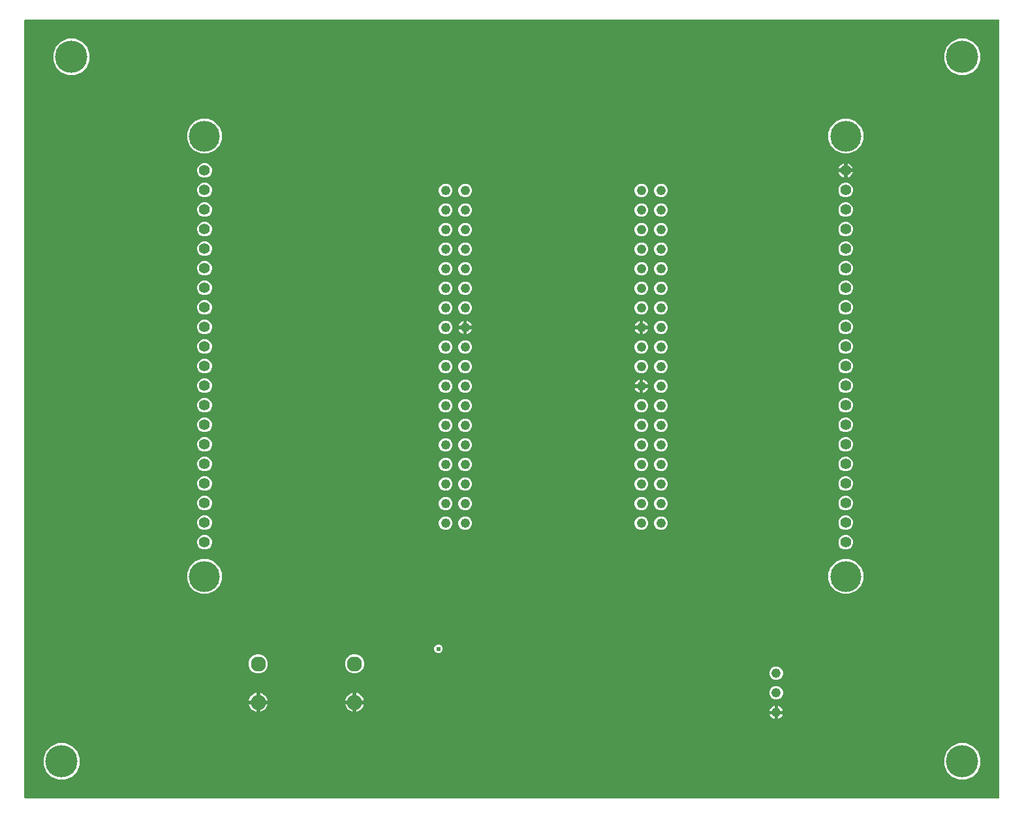
<source format=gbr>
G04 EAGLE Gerber RS-274X export*
G75*
%MOMM*%
%FSLAX34Y34*%
%LPD*%
%INCopper Layer 2*%
%IPPOS*%
%AMOC8*
5,1,8,0,0,1.08239X$1,22.5*%
G01*
%ADD10C,1.960000*%
%ADD11C,1.244600*%
%ADD12C,1.400000*%
%ADD13C,4.016000*%
%ADD14C,4.191000*%
%ADD15C,0.609600*%

G36*
X1266109Y2556D02*
X1266109Y2556D01*
X1266227Y2563D01*
X1266266Y2575D01*
X1266306Y2581D01*
X1266417Y2624D01*
X1266530Y2661D01*
X1266564Y2683D01*
X1266602Y2698D01*
X1266698Y2767D01*
X1266799Y2831D01*
X1266827Y2861D01*
X1266859Y2884D01*
X1266935Y2976D01*
X1267017Y3063D01*
X1267036Y3098D01*
X1267062Y3129D01*
X1267113Y3237D01*
X1267170Y3341D01*
X1267180Y3380D01*
X1267198Y3417D01*
X1267220Y3534D01*
X1267250Y3649D01*
X1267254Y3709D01*
X1267257Y3729D01*
X1267256Y3750D01*
X1267260Y3810D01*
X1267459Y1012190D01*
X1267444Y1012308D01*
X1267436Y1012427D01*
X1267424Y1012465D01*
X1267419Y1012505D01*
X1267375Y1012616D01*
X1267338Y1012729D01*
X1267317Y1012764D01*
X1267302Y1012801D01*
X1267232Y1012897D01*
X1267168Y1012998D01*
X1267139Y1013026D01*
X1267115Y1013058D01*
X1267023Y1013134D01*
X1266936Y1013216D01*
X1266901Y1013236D01*
X1266870Y1013261D01*
X1266762Y1013312D01*
X1266658Y1013370D01*
X1266619Y1013380D01*
X1266582Y1013397D01*
X1266465Y1013419D01*
X1266350Y1013449D01*
X1266290Y1013453D01*
X1266270Y1013457D01*
X1266250Y1013455D01*
X1266189Y1013459D01*
X3810Y1013459D01*
X3692Y1013444D01*
X3573Y1013437D01*
X3535Y1013424D01*
X3494Y1013419D01*
X3384Y1013376D01*
X3271Y1013339D01*
X3236Y1013317D01*
X3199Y1013302D01*
X3103Y1013233D01*
X3002Y1013169D01*
X2974Y1013139D01*
X2941Y1013116D01*
X2865Y1013024D01*
X2784Y1012937D01*
X2764Y1012902D01*
X2739Y1012871D01*
X2688Y1012763D01*
X2630Y1012659D01*
X2620Y1012619D01*
X2603Y1012583D01*
X2581Y1012466D01*
X2551Y1012351D01*
X2547Y1012291D01*
X2543Y1012271D01*
X2545Y1012250D01*
X2541Y1012190D01*
X2541Y3810D01*
X2556Y3692D01*
X2563Y3573D01*
X2576Y3535D01*
X2581Y3494D01*
X2624Y3384D01*
X2661Y3271D01*
X2683Y3236D01*
X2698Y3199D01*
X2767Y3103D01*
X2831Y3002D01*
X2861Y2974D01*
X2884Y2941D01*
X2976Y2865D01*
X3063Y2784D01*
X3098Y2764D01*
X3129Y2739D01*
X3237Y2688D01*
X3341Y2630D01*
X3381Y2620D01*
X3417Y2603D01*
X3534Y2581D01*
X3649Y2551D01*
X3709Y2547D01*
X3729Y2543D01*
X3750Y2545D01*
X3810Y2541D01*
X1265991Y2541D01*
X1266109Y2556D01*
G37*
%LPC*%
G36*
X1214526Y941704D02*
X1214526Y941704D01*
X1205891Y945281D01*
X1199281Y951891D01*
X1195704Y960526D01*
X1195704Y969874D01*
X1199281Y978509D01*
X1205891Y985119D01*
X1214526Y988696D01*
X1223874Y988696D01*
X1232509Y985119D01*
X1239119Y978509D01*
X1242696Y969874D01*
X1242696Y960526D01*
X1239119Y951891D01*
X1232509Y945281D01*
X1223874Y941704D01*
X1214526Y941704D01*
G37*
%LPD*%
%LPC*%
G36*
X58826Y941704D02*
X58826Y941704D01*
X50191Y945281D01*
X43581Y951891D01*
X40004Y960526D01*
X40004Y969874D01*
X43581Y978509D01*
X50191Y985119D01*
X58826Y988696D01*
X68174Y988696D01*
X76809Y985119D01*
X83419Y978509D01*
X86996Y969874D01*
X86996Y960526D01*
X83419Y951891D01*
X76809Y945281D01*
X68174Y941704D01*
X58826Y941704D01*
G37*
%LPD*%
%LPC*%
G36*
X1214526Y27304D02*
X1214526Y27304D01*
X1205891Y30881D01*
X1199281Y37491D01*
X1195704Y46126D01*
X1195704Y55474D01*
X1199281Y64109D01*
X1205891Y70719D01*
X1214526Y74296D01*
X1223874Y74296D01*
X1232509Y70719D01*
X1239119Y64109D01*
X1242696Y55474D01*
X1242696Y46126D01*
X1239119Y37491D01*
X1232509Y30881D01*
X1223874Y27304D01*
X1214526Y27304D01*
G37*
%LPD*%
%LPC*%
G36*
X46126Y27304D02*
X46126Y27304D01*
X37491Y30881D01*
X30881Y37491D01*
X27304Y46126D01*
X27304Y55474D01*
X30881Y64109D01*
X37491Y70719D01*
X46126Y74296D01*
X55474Y74296D01*
X64109Y70719D01*
X70719Y64109D01*
X74296Y55474D01*
X74296Y46126D01*
X70719Y37491D01*
X64109Y30881D01*
X55474Y27304D01*
X46126Y27304D01*
G37*
%LPD*%
%LPC*%
G36*
X1063570Y839709D02*
X1063570Y839709D01*
X1055256Y843153D01*
X1048893Y849516D01*
X1045449Y857830D01*
X1045449Y866830D01*
X1048893Y875144D01*
X1055256Y881507D01*
X1063570Y884951D01*
X1072570Y884951D01*
X1080884Y881507D01*
X1087247Y875144D01*
X1090691Y866830D01*
X1090691Y857830D01*
X1087247Y849516D01*
X1080884Y843153D01*
X1072570Y839709D01*
X1063570Y839709D01*
G37*
%LPD*%
%LPC*%
G36*
X231720Y839709D02*
X231720Y839709D01*
X223406Y843153D01*
X217043Y849516D01*
X213599Y857830D01*
X213599Y866830D01*
X217043Y875144D01*
X223406Y881507D01*
X231720Y884951D01*
X240720Y884951D01*
X249034Y881507D01*
X255397Y875144D01*
X258841Y866830D01*
X258841Y857830D01*
X255397Y849516D01*
X249034Y843153D01*
X240720Y839709D01*
X231720Y839709D01*
G37*
%LPD*%
%LPC*%
G36*
X1063570Y268209D02*
X1063570Y268209D01*
X1055256Y271653D01*
X1048893Y278016D01*
X1045449Y286330D01*
X1045449Y295330D01*
X1048893Y303644D01*
X1055256Y310007D01*
X1063570Y313451D01*
X1072570Y313451D01*
X1080884Y310007D01*
X1087247Y303644D01*
X1090691Y295330D01*
X1090691Y286330D01*
X1087247Y278016D01*
X1080884Y271653D01*
X1072570Y268209D01*
X1063570Y268209D01*
G37*
%LPD*%
%LPC*%
G36*
X231720Y268209D02*
X231720Y268209D01*
X223406Y271653D01*
X217043Y278016D01*
X213599Y286330D01*
X213599Y295330D01*
X217043Y303644D01*
X223406Y310007D01*
X231720Y313451D01*
X240720Y313451D01*
X249034Y310007D01*
X255397Y303644D01*
X258841Y295330D01*
X258841Y286330D01*
X255397Y278016D01*
X249034Y271653D01*
X240720Y268209D01*
X231720Y268209D01*
G37*
%LPD*%
%LPC*%
G36*
X428345Y165059D02*
X428345Y165059D01*
X423810Y166938D01*
X420338Y170410D01*
X418459Y174945D01*
X418459Y179855D01*
X420338Y184390D01*
X423810Y187862D01*
X428345Y189741D01*
X433255Y189741D01*
X437790Y187862D01*
X441262Y184390D01*
X443141Y179855D01*
X443141Y174945D01*
X441262Y170410D01*
X437790Y166938D01*
X433255Y165059D01*
X428345Y165059D01*
G37*
%LPD*%
%LPC*%
G36*
X303345Y165059D02*
X303345Y165059D01*
X298810Y166938D01*
X295338Y170410D01*
X293459Y174945D01*
X293459Y179855D01*
X295338Y184390D01*
X298810Y187862D01*
X303345Y189741D01*
X308255Y189741D01*
X312790Y187862D01*
X316262Y184390D01*
X318141Y179855D01*
X318141Y174945D01*
X316262Y170410D01*
X312790Y166938D01*
X308255Y165059D01*
X303345Y165059D01*
G37*
%LPD*%
%LPC*%
G36*
X1066172Y782939D02*
X1066172Y782939D01*
X1062666Y784392D01*
X1059982Y787076D01*
X1058529Y790582D01*
X1058529Y794378D01*
X1059982Y797884D01*
X1062666Y800568D01*
X1066172Y802021D01*
X1069968Y802021D01*
X1073474Y800568D01*
X1076158Y797884D01*
X1077611Y794378D01*
X1077611Y790582D01*
X1076158Y787076D01*
X1073474Y784392D01*
X1069968Y782939D01*
X1066172Y782939D01*
G37*
%LPD*%
%LPC*%
G36*
X234322Y782939D02*
X234322Y782939D01*
X230816Y784392D01*
X228132Y787076D01*
X226679Y790582D01*
X226679Y794378D01*
X228132Y797884D01*
X230816Y800568D01*
X234322Y802021D01*
X238118Y802021D01*
X241624Y800568D01*
X244308Y797884D01*
X245761Y794378D01*
X245761Y790582D01*
X244308Y787076D01*
X241624Y784392D01*
X238118Y782939D01*
X234322Y782939D01*
G37*
%LPD*%
%LPC*%
G36*
X1066172Y528939D02*
X1066172Y528939D01*
X1062666Y530392D01*
X1059982Y533076D01*
X1058529Y536582D01*
X1058529Y540378D01*
X1059982Y543884D01*
X1062666Y546568D01*
X1066172Y548021D01*
X1069968Y548021D01*
X1073474Y546568D01*
X1076158Y543884D01*
X1077611Y540378D01*
X1077611Y536582D01*
X1076158Y533076D01*
X1073474Y530392D01*
X1069968Y528939D01*
X1066172Y528939D01*
G37*
%LPD*%
%LPC*%
G36*
X1066172Y655939D02*
X1066172Y655939D01*
X1062666Y657392D01*
X1059982Y660076D01*
X1058529Y663582D01*
X1058529Y667378D01*
X1059982Y670884D01*
X1062666Y673568D01*
X1066172Y675021D01*
X1069968Y675021D01*
X1073474Y673568D01*
X1076158Y670884D01*
X1077611Y667378D01*
X1077611Y663582D01*
X1076158Y660076D01*
X1073474Y657392D01*
X1069968Y655939D01*
X1066172Y655939D01*
G37*
%LPD*%
%LPC*%
G36*
X234322Y655939D02*
X234322Y655939D01*
X230816Y657392D01*
X228132Y660076D01*
X226679Y663582D01*
X226679Y667378D01*
X228132Y670884D01*
X230816Y673568D01*
X234322Y675021D01*
X238118Y675021D01*
X241624Y673568D01*
X244308Y670884D01*
X245761Y667378D01*
X245761Y663582D01*
X244308Y660076D01*
X241624Y657392D01*
X238118Y655939D01*
X234322Y655939D01*
G37*
%LPD*%
%LPC*%
G36*
X1066172Y452739D02*
X1066172Y452739D01*
X1062666Y454192D01*
X1059982Y456876D01*
X1058529Y460382D01*
X1058529Y464178D01*
X1059982Y467684D01*
X1062666Y470368D01*
X1066172Y471821D01*
X1069968Y471821D01*
X1073474Y470368D01*
X1076158Y467684D01*
X1077611Y464178D01*
X1077611Y460382D01*
X1076158Y456876D01*
X1073474Y454192D01*
X1069968Y452739D01*
X1066172Y452739D01*
G37*
%LPD*%
%LPC*%
G36*
X1066172Y757539D02*
X1066172Y757539D01*
X1062666Y758992D01*
X1059982Y761676D01*
X1058529Y765182D01*
X1058529Y768978D01*
X1059982Y772484D01*
X1062666Y775168D01*
X1066172Y776621D01*
X1069968Y776621D01*
X1073474Y775168D01*
X1076158Y772484D01*
X1077611Y768978D01*
X1077611Y765182D01*
X1076158Y761676D01*
X1073474Y758992D01*
X1069968Y757539D01*
X1066172Y757539D01*
G37*
%LPD*%
%LPC*%
G36*
X234322Y757539D02*
X234322Y757539D01*
X230816Y758992D01*
X228132Y761676D01*
X226679Y765182D01*
X226679Y768978D01*
X228132Y772484D01*
X230816Y775168D01*
X234322Y776621D01*
X238118Y776621D01*
X241624Y775168D01*
X244308Y772484D01*
X245761Y768978D01*
X245761Y765182D01*
X244308Y761676D01*
X241624Y758992D01*
X238118Y757539D01*
X234322Y757539D01*
G37*
%LPD*%
%LPC*%
G36*
X234322Y478139D02*
X234322Y478139D01*
X230816Y479592D01*
X228132Y482276D01*
X226679Y485782D01*
X226679Y489578D01*
X228132Y493084D01*
X230816Y495768D01*
X234322Y497221D01*
X238118Y497221D01*
X241624Y495768D01*
X244308Y493084D01*
X245761Y489578D01*
X245761Y485782D01*
X244308Y482276D01*
X241624Y479592D01*
X238118Y478139D01*
X234322Y478139D01*
G37*
%LPD*%
%LPC*%
G36*
X1066172Y478139D02*
X1066172Y478139D01*
X1062666Y479592D01*
X1059982Y482276D01*
X1058529Y485782D01*
X1058529Y489578D01*
X1059982Y493084D01*
X1062666Y495768D01*
X1066172Y497221D01*
X1069968Y497221D01*
X1073474Y495768D01*
X1076158Y493084D01*
X1077611Y489578D01*
X1077611Y485782D01*
X1076158Y482276D01*
X1073474Y479592D01*
X1069968Y478139D01*
X1066172Y478139D01*
G37*
%LPD*%
%LPC*%
G36*
X234322Y503539D02*
X234322Y503539D01*
X230816Y504992D01*
X228132Y507676D01*
X226679Y511182D01*
X226679Y514978D01*
X228132Y518484D01*
X230816Y521168D01*
X234322Y522621D01*
X238118Y522621D01*
X241624Y521168D01*
X244308Y518484D01*
X245761Y514978D01*
X245761Y511182D01*
X244308Y507676D01*
X241624Y504992D01*
X238118Y503539D01*
X234322Y503539D01*
G37*
%LPD*%
%LPC*%
G36*
X1066172Y732139D02*
X1066172Y732139D01*
X1062666Y733592D01*
X1059982Y736276D01*
X1058529Y739782D01*
X1058529Y743578D01*
X1059982Y747084D01*
X1062666Y749768D01*
X1066172Y751221D01*
X1069968Y751221D01*
X1073474Y749768D01*
X1076158Y747084D01*
X1077611Y743578D01*
X1077611Y739782D01*
X1076158Y736276D01*
X1073474Y733592D01*
X1069968Y732139D01*
X1066172Y732139D01*
G37*
%LPD*%
%LPC*%
G36*
X234322Y732139D02*
X234322Y732139D01*
X230816Y733592D01*
X228132Y736276D01*
X226679Y739782D01*
X226679Y743578D01*
X228132Y747084D01*
X230816Y749768D01*
X234322Y751221D01*
X238118Y751221D01*
X241624Y749768D01*
X244308Y747084D01*
X245761Y743578D01*
X245761Y739782D01*
X244308Y736276D01*
X241624Y733592D01*
X238118Y732139D01*
X234322Y732139D01*
G37*
%LPD*%
%LPC*%
G36*
X1066172Y630539D02*
X1066172Y630539D01*
X1062666Y631992D01*
X1059982Y634676D01*
X1058529Y638182D01*
X1058529Y641978D01*
X1059982Y645484D01*
X1062666Y648168D01*
X1066172Y649621D01*
X1069968Y649621D01*
X1073474Y648168D01*
X1076158Y645484D01*
X1077611Y641978D01*
X1077611Y638182D01*
X1076158Y634676D01*
X1073474Y631992D01*
X1069968Y630539D01*
X1066172Y630539D01*
G37*
%LPD*%
%LPC*%
G36*
X234322Y630539D02*
X234322Y630539D01*
X230816Y631992D01*
X228132Y634676D01*
X226679Y638182D01*
X226679Y641978D01*
X228132Y645484D01*
X230816Y648168D01*
X234322Y649621D01*
X238118Y649621D01*
X241624Y648168D01*
X244308Y645484D01*
X245761Y641978D01*
X245761Y638182D01*
X244308Y634676D01*
X241624Y631992D01*
X238118Y630539D01*
X234322Y630539D01*
G37*
%LPD*%
%LPC*%
G36*
X1066172Y503539D02*
X1066172Y503539D01*
X1062666Y504992D01*
X1059982Y507676D01*
X1058529Y511182D01*
X1058529Y514978D01*
X1059982Y518484D01*
X1062666Y521168D01*
X1066172Y522621D01*
X1069968Y522621D01*
X1073474Y521168D01*
X1076158Y518484D01*
X1077611Y514978D01*
X1077611Y511182D01*
X1076158Y507676D01*
X1073474Y504992D01*
X1069968Y503539D01*
X1066172Y503539D01*
G37*
%LPD*%
%LPC*%
G36*
X234322Y528939D02*
X234322Y528939D01*
X230816Y530392D01*
X228132Y533076D01*
X226679Y536582D01*
X226679Y540378D01*
X228132Y543884D01*
X230816Y546568D01*
X234322Y548021D01*
X238118Y548021D01*
X241624Y546568D01*
X244308Y543884D01*
X245761Y540378D01*
X245761Y536582D01*
X244308Y533076D01*
X241624Y530392D01*
X238118Y528939D01*
X234322Y528939D01*
G37*
%LPD*%
%LPC*%
G36*
X1066172Y706739D02*
X1066172Y706739D01*
X1062666Y708192D01*
X1059982Y710876D01*
X1058529Y714382D01*
X1058529Y718178D01*
X1059982Y721684D01*
X1062666Y724368D01*
X1066172Y725821D01*
X1069968Y725821D01*
X1073474Y724368D01*
X1076158Y721684D01*
X1077611Y718178D01*
X1077611Y714382D01*
X1076158Y710876D01*
X1073474Y708192D01*
X1069968Y706739D01*
X1066172Y706739D01*
G37*
%LPD*%
%LPC*%
G36*
X234322Y706739D02*
X234322Y706739D01*
X230816Y708192D01*
X228132Y710876D01*
X226679Y714382D01*
X226679Y718178D01*
X228132Y721684D01*
X230816Y724368D01*
X234322Y725821D01*
X238118Y725821D01*
X241624Y724368D01*
X244308Y721684D01*
X245761Y718178D01*
X245761Y714382D01*
X244308Y710876D01*
X241624Y708192D01*
X238118Y706739D01*
X234322Y706739D01*
G37*
%LPD*%
%LPC*%
G36*
X1066172Y579739D02*
X1066172Y579739D01*
X1062666Y581192D01*
X1059982Y583876D01*
X1058529Y587382D01*
X1058529Y591178D01*
X1059982Y594684D01*
X1062666Y597368D01*
X1066172Y598821D01*
X1069968Y598821D01*
X1073474Y597368D01*
X1076158Y594684D01*
X1077611Y591178D01*
X1077611Y587382D01*
X1076158Y583876D01*
X1073474Y581192D01*
X1069968Y579739D01*
X1066172Y579739D01*
G37*
%LPD*%
%LPC*%
G36*
X234322Y579739D02*
X234322Y579739D01*
X230816Y581192D01*
X228132Y583876D01*
X226679Y587382D01*
X226679Y591178D01*
X228132Y594684D01*
X230816Y597368D01*
X234322Y598821D01*
X238118Y598821D01*
X241624Y597368D01*
X244308Y594684D01*
X245761Y591178D01*
X245761Y587382D01*
X244308Y583876D01*
X241624Y581192D01*
X238118Y579739D01*
X234322Y579739D01*
G37*
%LPD*%
%LPC*%
G36*
X1066172Y605139D02*
X1066172Y605139D01*
X1062666Y606592D01*
X1059982Y609276D01*
X1058529Y612782D01*
X1058529Y616578D01*
X1059982Y620084D01*
X1062666Y622768D01*
X1066172Y624221D01*
X1069968Y624221D01*
X1073474Y622768D01*
X1076158Y620084D01*
X1077611Y616578D01*
X1077611Y612782D01*
X1076158Y609276D01*
X1073474Y606592D01*
X1069968Y605139D01*
X1066172Y605139D01*
G37*
%LPD*%
%LPC*%
G36*
X234322Y605139D02*
X234322Y605139D01*
X230816Y606592D01*
X228132Y609276D01*
X226679Y612782D01*
X226679Y616578D01*
X228132Y620084D01*
X230816Y622768D01*
X234322Y624221D01*
X238118Y624221D01*
X241624Y622768D01*
X244308Y620084D01*
X245761Y616578D01*
X245761Y612782D01*
X244308Y609276D01*
X241624Y606592D01*
X238118Y605139D01*
X234322Y605139D01*
G37*
%LPD*%
%LPC*%
G36*
X1066172Y681339D02*
X1066172Y681339D01*
X1062666Y682792D01*
X1059982Y685476D01*
X1058529Y688982D01*
X1058529Y692778D01*
X1059982Y696284D01*
X1062666Y698968D01*
X1066172Y700421D01*
X1069968Y700421D01*
X1073474Y698968D01*
X1076158Y696284D01*
X1077611Y692778D01*
X1077611Y688982D01*
X1076158Y685476D01*
X1073474Y682792D01*
X1069968Y681339D01*
X1066172Y681339D01*
G37*
%LPD*%
%LPC*%
G36*
X234322Y681339D02*
X234322Y681339D01*
X230816Y682792D01*
X228132Y685476D01*
X226679Y688982D01*
X226679Y692778D01*
X228132Y696284D01*
X230816Y698968D01*
X234322Y700421D01*
X238118Y700421D01*
X241624Y698968D01*
X244308Y696284D01*
X245761Y692778D01*
X245761Y688982D01*
X244308Y685476D01*
X241624Y682792D01*
X238118Y681339D01*
X234322Y681339D01*
G37*
%LPD*%
%LPC*%
G36*
X1066172Y554339D02*
X1066172Y554339D01*
X1062666Y555792D01*
X1059982Y558476D01*
X1058529Y561982D01*
X1058529Y565778D01*
X1059982Y569284D01*
X1062666Y571968D01*
X1066172Y573421D01*
X1069968Y573421D01*
X1073474Y571968D01*
X1076158Y569284D01*
X1077611Y565778D01*
X1077611Y561982D01*
X1076158Y558476D01*
X1073474Y555792D01*
X1069968Y554339D01*
X1066172Y554339D01*
G37*
%LPD*%
%LPC*%
G36*
X234322Y808339D02*
X234322Y808339D01*
X230816Y809792D01*
X228132Y812476D01*
X226679Y815982D01*
X226679Y819778D01*
X228132Y823284D01*
X230816Y825968D01*
X234322Y827421D01*
X238118Y827421D01*
X241624Y825968D01*
X244308Y823284D01*
X245761Y819778D01*
X245761Y815982D01*
X244308Y812476D01*
X241624Y809792D01*
X238118Y808339D01*
X234322Y808339D01*
G37*
%LPD*%
%LPC*%
G36*
X234322Y452739D02*
X234322Y452739D01*
X230816Y454192D01*
X228132Y456876D01*
X226679Y460382D01*
X226679Y464178D01*
X228132Y467684D01*
X230816Y470368D01*
X234322Y471821D01*
X238118Y471821D01*
X241624Y470368D01*
X244308Y467684D01*
X245761Y464178D01*
X245761Y460382D01*
X244308Y456876D01*
X241624Y454192D01*
X238118Y452739D01*
X234322Y452739D01*
G37*
%LPD*%
%LPC*%
G36*
X234322Y401939D02*
X234322Y401939D01*
X230816Y403392D01*
X228132Y406076D01*
X226679Y409582D01*
X226679Y413378D01*
X228132Y416884D01*
X230816Y419568D01*
X234322Y421021D01*
X238118Y421021D01*
X241624Y419568D01*
X244308Y416884D01*
X245761Y413378D01*
X245761Y409582D01*
X244308Y406076D01*
X241624Y403392D01*
X238118Y401939D01*
X234322Y401939D01*
G37*
%LPD*%
%LPC*%
G36*
X1066172Y376539D02*
X1066172Y376539D01*
X1062666Y377992D01*
X1059982Y380676D01*
X1058529Y384182D01*
X1058529Y387978D01*
X1059982Y391484D01*
X1062666Y394168D01*
X1066172Y395621D01*
X1069968Y395621D01*
X1073474Y394168D01*
X1076158Y391484D01*
X1077611Y387978D01*
X1077611Y384182D01*
X1076158Y380676D01*
X1073474Y377992D01*
X1069968Y376539D01*
X1066172Y376539D01*
G37*
%LPD*%
%LPC*%
G36*
X234322Y376539D02*
X234322Y376539D01*
X230816Y377992D01*
X228132Y380676D01*
X226679Y384182D01*
X226679Y387978D01*
X228132Y391484D01*
X230816Y394168D01*
X234322Y395621D01*
X238118Y395621D01*
X241624Y394168D01*
X244308Y391484D01*
X245761Y387978D01*
X245761Y384182D01*
X244308Y380676D01*
X241624Y377992D01*
X238118Y376539D01*
X234322Y376539D01*
G37*
%LPD*%
%LPC*%
G36*
X1066172Y351139D02*
X1066172Y351139D01*
X1062666Y352592D01*
X1059982Y355276D01*
X1058529Y358782D01*
X1058529Y362578D01*
X1059982Y366084D01*
X1062666Y368768D01*
X1066172Y370221D01*
X1069968Y370221D01*
X1073474Y368768D01*
X1076158Y366084D01*
X1077611Y362578D01*
X1077611Y358782D01*
X1076158Y355276D01*
X1073474Y352592D01*
X1069968Y351139D01*
X1066172Y351139D01*
G37*
%LPD*%
%LPC*%
G36*
X234322Y554339D02*
X234322Y554339D01*
X230816Y555792D01*
X228132Y558476D01*
X226679Y561982D01*
X226679Y565778D01*
X228132Y569284D01*
X230816Y571968D01*
X234322Y573421D01*
X238118Y573421D01*
X241624Y571968D01*
X244308Y569284D01*
X245761Y565778D01*
X245761Y561982D01*
X244308Y558476D01*
X241624Y555792D01*
X238118Y554339D01*
X234322Y554339D01*
G37*
%LPD*%
%LPC*%
G36*
X1066172Y325739D02*
X1066172Y325739D01*
X1062666Y327192D01*
X1059982Y329876D01*
X1058529Y333382D01*
X1058529Y337178D01*
X1059982Y340684D01*
X1062666Y343368D01*
X1066172Y344821D01*
X1069968Y344821D01*
X1073474Y343368D01*
X1076158Y340684D01*
X1077611Y337178D01*
X1077611Y333382D01*
X1076158Y329876D01*
X1073474Y327192D01*
X1069968Y325739D01*
X1066172Y325739D01*
G37*
%LPD*%
%LPC*%
G36*
X234322Y325739D02*
X234322Y325739D01*
X230816Y327192D01*
X228132Y329876D01*
X226679Y333382D01*
X226679Y337178D01*
X228132Y340684D01*
X230816Y343368D01*
X234322Y344821D01*
X238118Y344821D01*
X241624Y343368D01*
X244308Y340684D01*
X245761Y337178D01*
X245761Y333382D01*
X244308Y329876D01*
X241624Y327192D01*
X238118Y325739D01*
X234322Y325739D01*
G37*
%LPD*%
%LPC*%
G36*
X1066172Y401939D02*
X1066172Y401939D01*
X1062666Y403392D01*
X1059982Y406076D01*
X1058529Y409582D01*
X1058529Y413378D01*
X1059982Y416884D01*
X1062666Y419568D01*
X1066172Y421021D01*
X1069968Y421021D01*
X1073474Y419568D01*
X1076158Y416884D01*
X1077611Y413378D01*
X1077611Y409582D01*
X1076158Y406076D01*
X1073474Y403392D01*
X1069968Y401939D01*
X1066172Y401939D01*
G37*
%LPD*%
%LPC*%
G36*
X234322Y427339D02*
X234322Y427339D01*
X230816Y428792D01*
X228132Y431476D01*
X226679Y434982D01*
X226679Y438778D01*
X228132Y442284D01*
X230816Y444968D01*
X234322Y446421D01*
X238118Y446421D01*
X241624Y444968D01*
X244308Y442284D01*
X245761Y438778D01*
X245761Y434982D01*
X244308Y431476D01*
X241624Y428792D01*
X238118Y427339D01*
X234322Y427339D01*
G37*
%LPD*%
%LPC*%
G36*
X1066172Y427339D02*
X1066172Y427339D01*
X1062666Y428792D01*
X1059982Y431476D01*
X1058529Y434982D01*
X1058529Y438778D01*
X1059982Y442284D01*
X1062666Y444968D01*
X1066172Y446421D01*
X1069968Y446421D01*
X1073474Y444968D01*
X1076158Y442284D01*
X1077611Y438778D01*
X1077611Y434982D01*
X1076158Y431476D01*
X1073474Y428792D01*
X1069968Y427339D01*
X1066172Y427339D01*
G37*
%LPD*%
%LPC*%
G36*
X234322Y351139D02*
X234322Y351139D01*
X230816Y352592D01*
X228132Y355276D01*
X226679Y358782D01*
X226679Y362578D01*
X228132Y366084D01*
X230816Y368768D01*
X234322Y370221D01*
X238118Y370221D01*
X241624Y368768D01*
X244308Y366084D01*
X245761Y362578D01*
X245761Y358782D01*
X244308Y355276D01*
X241624Y352592D01*
X238118Y351139D01*
X234322Y351139D01*
G37*
%LPD*%
%LPC*%
G36*
X572557Y706836D02*
X572557Y706836D01*
X569336Y708170D01*
X566870Y710636D01*
X565536Y713857D01*
X565536Y717343D01*
X566870Y720564D01*
X569336Y723030D01*
X572557Y724364D01*
X576043Y724364D01*
X579264Y723030D01*
X581730Y720564D01*
X583064Y717343D01*
X583064Y713857D01*
X581730Y710636D01*
X579264Y708170D01*
X576043Y706836D01*
X572557Y706836D01*
G37*
%LPD*%
%LPC*%
G36*
X547157Y706836D02*
X547157Y706836D01*
X543936Y708170D01*
X541470Y710636D01*
X540136Y713857D01*
X540136Y717343D01*
X541470Y720564D01*
X543936Y723030D01*
X547157Y724364D01*
X550643Y724364D01*
X553864Y723030D01*
X556330Y720564D01*
X557664Y717343D01*
X557664Y713857D01*
X556330Y710636D01*
X553864Y708170D01*
X550643Y706836D01*
X547157Y706836D01*
G37*
%LPD*%
%LPC*%
G36*
X826557Y706836D02*
X826557Y706836D01*
X823336Y708170D01*
X820870Y710636D01*
X819536Y713857D01*
X819536Y717343D01*
X820870Y720564D01*
X823336Y723030D01*
X826557Y724364D01*
X830043Y724364D01*
X833264Y723030D01*
X835730Y720564D01*
X837064Y717343D01*
X837064Y713857D01*
X835730Y710636D01*
X833264Y708170D01*
X830043Y706836D01*
X826557Y706836D01*
G37*
%LPD*%
%LPC*%
G36*
X801157Y706836D02*
X801157Y706836D01*
X797936Y708170D01*
X795470Y710636D01*
X794136Y713857D01*
X794136Y717343D01*
X795470Y720564D01*
X797936Y723030D01*
X801157Y724364D01*
X804643Y724364D01*
X807864Y723030D01*
X810330Y720564D01*
X811664Y717343D01*
X811664Y713857D01*
X810330Y710636D01*
X807864Y708170D01*
X804643Y706836D01*
X801157Y706836D01*
G37*
%LPD*%
%LPC*%
G36*
X826557Y681436D02*
X826557Y681436D01*
X823336Y682770D01*
X820870Y685236D01*
X819536Y688457D01*
X819536Y691943D01*
X820870Y695164D01*
X823336Y697630D01*
X826557Y698964D01*
X830043Y698964D01*
X833264Y697630D01*
X835730Y695164D01*
X837064Y691943D01*
X837064Y688457D01*
X835730Y685236D01*
X833264Y682770D01*
X830043Y681436D01*
X826557Y681436D01*
G37*
%LPD*%
%LPC*%
G36*
X801157Y681436D02*
X801157Y681436D01*
X797936Y682770D01*
X795470Y685236D01*
X794136Y688457D01*
X794136Y691943D01*
X795470Y695164D01*
X797936Y697630D01*
X801157Y698964D01*
X804643Y698964D01*
X807864Y697630D01*
X810330Y695164D01*
X811664Y691943D01*
X811664Y688457D01*
X810330Y685236D01*
X807864Y682770D01*
X804643Y681436D01*
X801157Y681436D01*
G37*
%LPD*%
%LPC*%
G36*
X572557Y681436D02*
X572557Y681436D01*
X569336Y682770D01*
X566870Y685236D01*
X565536Y688457D01*
X565536Y691943D01*
X566870Y695164D01*
X569336Y697630D01*
X572557Y698964D01*
X576043Y698964D01*
X579264Y697630D01*
X581730Y695164D01*
X583064Y691943D01*
X583064Y688457D01*
X581730Y685236D01*
X579264Y682770D01*
X576043Y681436D01*
X572557Y681436D01*
G37*
%LPD*%
%LPC*%
G36*
X547157Y681436D02*
X547157Y681436D01*
X543936Y682770D01*
X541470Y685236D01*
X540136Y688457D01*
X540136Y691943D01*
X541470Y695164D01*
X543936Y697630D01*
X547157Y698964D01*
X550643Y698964D01*
X553864Y697630D01*
X556330Y695164D01*
X557664Y691943D01*
X557664Y688457D01*
X556330Y685236D01*
X553864Y682770D01*
X550643Y681436D01*
X547157Y681436D01*
G37*
%LPD*%
%LPC*%
G36*
X826557Y656036D02*
X826557Y656036D01*
X823336Y657370D01*
X820870Y659836D01*
X819536Y663057D01*
X819536Y666543D01*
X820870Y669764D01*
X823336Y672230D01*
X826557Y673564D01*
X830043Y673564D01*
X833264Y672230D01*
X835730Y669764D01*
X837064Y666543D01*
X837064Y663057D01*
X835730Y659836D01*
X833264Y657370D01*
X830043Y656036D01*
X826557Y656036D01*
G37*
%LPD*%
%LPC*%
G36*
X801157Y656036D02*
X801157Y656036D01*
X797936Y657370D01*
X795470Y659836D01*
X794136Y663057D01*
X794136Y666543D01*
X795470Y669764D01*
X797936Y672230D01*
X801157Y673564D01*
X804643Y673564D01*
X807864Y672230D01*
X810330Y669764D01*
X811664Y666543D01*
X811664Y663057D01*
X810330Y659836D01*
X807864Y657370D01*
X804643Y656036D01*
X801157Y656036D01*
G37*
%LPD*%
%LPC*%
G36*
X572557Y656036D02*
X572557Y656036D01*
X569336Y657370D01*
X566870Y659836D01*
X565536Y663057D01*
X565536Y666543D01*
X566870Y669764D01*
X569336Y672230D01*
X572557Y673564D01*
X576043Y673564D01*
X579264Y672230D01*
X581730Y669764D01*
X583064Y666543D01*
X583064Y663057D01*
X581730Y659836D01*
X579264Y657370D01*
X576043Y656036D01*
X572557Y656036D01*
G37*
%LPD*%
%LPC*%
G36*
X547157Y656036D02*
X547157Y656036D01*
X543936Y657370D01*
X541470Y659836D01*
X540136Y663057D01*
X540136Y666543D01*
X541470Y669764D01*
X543936Y672230D01*
X547157Y673564D01*
X550643Y673564D01*
X553864Y672230D01*
X556330Y669764D01*
X557664Y666543D01*
X557664Y663057D01*
X556330Y659836D01*
X553864Y657370D01*
X550643Y656036D01*
X547157Y656036D01*
G37*
%LPD*%
%LPC*%
G36*
X572557Y630636D02*
X572557Y630636D01*
X569336Y631970D01*
X566870Y634436D01*
X565536Y637657D01*
X565536Y641143D01*
X566870Y644364D01*
X569336Y646830D01*
X572557Y648164D01*
X576043Y648164D01*
X579264Y646830D01*
X581730Y644364D01*
X583064Y641143D01*
X583064Y637657D01*
X581730Y634436D01*
X579264Y631970D01*
X576043Y630636D01*
X572557Y630636D01*
G37*
%LPD*%
%LPC*%
G36*
X547157Y630636D02*
X547157Y630636D01*
X543936Y631970D01*
X541470Y634436D01*
X540136Y637657D01*
X540136Y641143D01*
X541470Y644364D01*
X543936Y646830D01*
X547157Y648164D01*
X550643Y648164D01*
X553864Y646830D01*
X556330Y644364D01*
X557664Y641143D01*
X557664Y637657D01*
X556330Y634436D01*
X553864Y631970D01*
X550643Y630636D01*
X547157Y630636D01*
G37*
%LPD*%
%LPC*%
G36*
X826557Y630636D02*
X826557Y630636D01*
X823336Y631970D01*
X820870Y634436D01*
X819536Y637657D01*
X819536Y641143D01*
X820870Y644364D01*
X823336Y646830D01*
X826557Y648164D01*
X830043Y648164D01*
X833264Y646830D01*
X835730Y644364D01*
X837064Y641143D01*
X837064Y637657D01*
X835730Y634436D01*
X833264Y631970D01*
X830043Y630636D01*
X826557Y630636D01*
G37*
%LPD*%
%LPC*%
G36*
X801157Y630636D02*
X801157Y630636D01*
X797936Y631970D01*
X795470Y634436D01*
X794136Y637657D01*
X794136Y641143D01*
X795470Y644364D01*
X797936Y646830D01*
X801157Y648164D01*
X804643Y648164D01*
X807864Y646830D01*
X810330Y644364D01*
X811664Y641143D01*
X811664Y637657D01*
X810330Y634436D01*
X807864Y631970D01*
X804643Y630636D01*
X801157Y630636D01*
G37*
%LPD*%
%LPC*%
G36*
X826557Y605236D02*
X826557Y605236D01*
X823336Y606570D01*
X820870Y609036D01*
X819536Y612257D01*
X819536Y615743D01*
X820870Y618964D01*
X823336Y621430D01*
X826557Y622764D01*
X830043Y622764D01*
X833264Y621430D01*
X835730Y618964D01*
X837064Y615743D01*
X837064Y612257D01*
X835730Y609036D01*
X833264Y606570D01*
X830043Y605236D01*
X826557Y605236D01*
G37*
%LPD*%
%LPC*%
G36*
X547157Y605236D02*
X547157Y605236D01*
X543936Y606570D01*
X541470Y609036D01*
X540136Y612257D01*
X540136Y615743D01*
X541470Y618964D01*
X543936Y621430D01*
X547157Y622764D01*
X550643Y622764D01*
X553864Y621430D01*
X556330Y618964D01*
X557664Y615743D01*
X557664Y612257D01*
X556330Y609036D01*
X553864Y606570D01*
X550643Y605236D01*
X547157Y605236D01*
G37*
%LPD*%
%LPC*%
G36*
X826557Y579836D02*
X826557Y579836D01*
X823336Y581170D01*
X820870Y583636D01*
X819536Y586857D01*
X819536Y590343D01*
X820870Y593564D01*
X823336Y596030D01*
X826557Y597364D01*
X830043Y597364D01*
X833264Y596030D01*
X835730Y593564D01*
X837064Y590343D01*
X837064Y586857D01*
X835730Y583636D01*
X833264Y581170D01*
X830043Y579836D01*
X826557Y579836D01*
G37*
%LPD*%
%LPC*%
G36*
X801157Y579836D02*
X801157Y579836D01*
X797936Y581170D01*
X795470Y583636D01*
X794136Y586857D01*
X794136Y590343D01*
X795470Y593564D01*
X797936Y596030D01*
X801157Y597364D01*
X804643Y597364D01*
X807864Y596030D01*
X810330Y593564D01*
X811664Y590343D01*
X811664Y586857D01*
X810330Y583636D01*
X807864Y581170D01*
X804643Y579836D01*
X801157Y579836D01*
G37*
%LPD*%
%LPC*%
G36*
X572557Y579836D02*
X572557Y579836D01*
X569336Y581170D01*
X566870Y583636D01*
X565536Y586857D01*
X565536Y590343D01*
X566870Y593564D01*
X569336Y596030D01*
X572557Y597364D01*
X576043Y597364D01*
X579264Y596030D01*
X581730Y593564D01*
X583064Y590343D01*
X583064Y586857D01*
X581730Y583636D01*
X579264Y581170D01*
X576043Y579836D01*
X572557Y579836D01*
G37*
%LPD*%
%LPC*%
G36*
X547157Y579836D02*
X547157Y579836D01*
X543936Y581170D01*
X541470Y583636D01*
X540136Y586857D01*
X540136Y590343D01*
X541470Y593564D01*
X543936Y596030D01*
X547157Y597364D01*
X550643Y597364D01*
X553864Y596030D01*
X556330Y593564D01*
X557664Y590343D01*
X557664Y586857D01*
X556330Y583636D01*
X553864Y581170D01*
X550643Y579836D01*
X547157Y579836D01*
G37*
%LPD*%
%LPC*%
G36*
X572557Y554436D02*
X572557Y554436D01*
X569336Y555770D01*
X566870Y558236D01*
X565536Y561457D01*
X565536Y564943D01*
X566870Y568164D01*
X569336Y570630D01*
X572557Y571964D01*
X576043Y571964D01*
X579264Y570630D01*
X581730Y568164D01*
X583064Y564943D01*
X583064Y561457D01*
X581730Y558236D01*
X579264Y555770D01*
X576043Y554436D01*
X572557Y554436D01*
G37*
%LPD*%
%LPC*%
G36*
X547157Y554436D02*
X547157Y554436D01*
X543936Y555770D01*
X541470Y558236D01*
X540136Y561457D01*
X540136Y564943D01*
X541470Y568164D01*
X543936Y570630D01*
X547157Y571964D01*
X550643Y571964D01*
X553864Y570630D01*
X556330Y568164D01*
X557664Y564943D01*
X557664Y561457D01*
X556330Y558236D01*
X553864Y555770D01*
X550643Y554436D01*
X547157Y554436D01*
G37*
%LPD*%
%LPC*%
G36*
X826557Y554436D02*
X826557Y554436D01*
X823336Y555770D01*
X820870Y558236D01*
X819536Y561457D01*
X819536Y564943D01*
X820870Y568164D01*
X823336Y570630D01*
X826557Y571964D01*
X830043Y571964D01*
X833264Y570630D01*
X835730Y568164D01*
X837064Y564943D01*
X837064Y561457D01*
X835730Y558236D01*
X833264Y555770D01*
X830043Y554436D01*
X826557Y554436D01*
G37*
%LPD*%
%LPC*%
G36*
X801157Y554436D02*
X801157Y554436D01*
X797936Y555770D01*
X795470Y558236D01*
X794136Y561457D01*
X794136Y564943D01*
X795470Y568164D01*
X797936Y570630D01*
X801157Y571964D01*
X804643Y571964D01*
X807864Y570630D01*
X810330Y568164D01*
X811664Y564943D01*
X811664Y561457D01*
X810330Y558236D01*
X807864Y555770D01*
X804643Y554436D01*
X801157Y554436D01*
G37*
%LPD*%
%LPC*%
G36*
X801157Y757636D02*
X801157Y757636D01*
X797936Y758970D01*
X795470Y761436D01*
X794136Y764657D01*
X794136Y768143D01*
X795470Y771364D01*
X797936Y773830D01*
X801157Y775164D01*
X804643Y775164D01*
X807864Y773830D01*
X810330Y771364D01*
X811664Y768143D01*
X811664Y764657D01*
X810330Y761436D01*
X807864Y758970D01*
X804643Y757636D01*
X801157Y757636D01*
G37*
%LPD*%
%LPC*%
G36*
X826557Y529036D02*
X826557Y529036D01*
X823336Y530370D01*
X820870Y532836D01*
X819536Y536057D01*
X819536Y539543D01*
X820870Y542764D01*
X823336Y545230D01*
X826557Y546564D01*
X830043Y546564D01*
X833264Y545230D01*
X835730Y542764D01*
X837064Y539543D01*
X837064Y536057D01*
X835730Y532836D01*
X833264Y530370D01*
X830043Y529036D01*
X826557Y529036D01*
G37*
%LPD*%
%LPC*%
G36*
X572557Y529036D02*
X572557Y529036D01*
X569336Y530370D01*
X566870Y532836D01*
X565536Y536057D01*
X565536Y539543D01*
X566870Y542764D01*
X569336Y545230D01*
X572557Y546564D01*
X576043Y546564D01*
X579264Y545230D01*
X581730Y542764D01*
X583064Y539543D01*
X583064Y536057D01*
X581730Y532836D01*
X579264Y530370D01*
X576043Y529036D01*
X572557Y529036D01*
G37*
%LPD*%
%LPC*%
G36*
X547157Y529036D02*
X547157Y529036D01*
X543936Y530370D01*
X541470Y532836D01*
X540136Y536057D01*
X540136Y539543D01*
X541470Y542764D01*
X543936Y545230D01*
X547157Y546564D01*
X550643Y546564D01*
X553864Y545230D01*
X556330Y542764D01*
X557664Y539543D01*
X557664Y536057D01*
X556330Y532836D01*
X553864Y530370D01*
X550643Y529036D01*
X547157Y529036D01*
G37*
%LPD*%
%LPC*%
G36*
X572557Y503636D02*
X572557Y503636D01*
X569336Y504970D01*
X566870Y507436D01*
X565536Y510657D01*
X565536Y514143D01*
X566870Y517364D01*
X569336Y519830D01*
X572557Y521164D01*
X576043Y521164D01*
X579264Y519830D01*
X581730Y517364D01*
X583064Y514143D01*
X583064Y510657D01*
X581730Y507436D01*
X579264Y504970D01*
X576043Y503636D01*
X572557Y503636D01*
G37*
%LPD*%
%LPC*%
G36*
X547157Y503636D02*
X547157Y503636D01*
X543936Y504970D01*
X541470Y507436D01*
X540136Y510657D01*
X540136Y514143D01*
X541470Y517364D01*
X543936Y519830D01*
X547157Y521164D01*
X550643Y521164D01*
X553864Y519830D01*
X556330Y517364D01*
X557664Y514143D01*
X557664Y510657D01*
X556330Y507436D01*
X553864Y504970D01*
X550643Y503636D01*
X547157Y503636D01*
G37*
%LPD*%
%LPC*%
G36*
X826557Y503636D02*
X826557Y503636D01*
X823336Y504970D01*
X820870Y507436D01*
X819536Y510657D01*
X819536Y514143D01*
X820870Y517364D01*
X823336Y519830D01*
X826557Y521164D01*
X830043Y521164D01*
X833264Y519830D01*
X835730Y517364D01*
X837064Y514143D01*
X837064Y510657D01*
X835730Y507436D01*
X833264Y504970D01*
X830043Y503636D01*
X826557Y503636D01*
G37*
%LPD*%
%LPC*%
G36*
X801157Y503636D02*
X801157Y503636D01*
X797936Y504970D01*
X795470Y507436D01*
X794136Y510657D01*
X794136Y514143D01*
X795470Y517364D01*
X797936Y519830D01*
X801157Y521164D01*
X804643Y521164D01*
X807864Y519830D01*
X810330Y517364D01*
X811664Y514143D01*
X811664Y510657D01*
X810330Y507436D01*
X807864Y504970D01*
X804643Y503636D01*
X801157Y503636D01*
G37*
%LPD*%
%LPC*%
G36*
X826557Y478236D02*
X826557Y478236D01*
X823336Y479570D01*
X820870Y482036D01*
X819536Y485257D01*
X819536Y488743D01*
X820870Y491964D01*
X823336Y494430D01*
X826557Y495764D01*
X830043Y495764D01*
X833264Y494430D01*
X835730Y491964D01*
X837064Y488743D01*
X837064Y485257D01*
X835730Y482036D01*
X833264Y479570D01*
X830043Y478236D01*
X826557Y478236D01*
G37*
%LPD*%
%LPC*%
G36*
X801157Y478236D02*
X801157Y478236D01*
X797936Y479570D01*
X795470Y482036D01*
X794136Y485257D01*
X794136Y488743D01*
X795470Y491964D01*
X797936Y494430D01*
X801157Y495764D01*
X804643Y495764D01*
X807864Y494430D01*
X810330Y491964D01*
X811664Y488743D01*
X811664Y485257D01*
X810330Y482036D01*
X807864Y479570D01*
X804643Y478236D01*
X801157Y478236D01*
G37*
%LPD*%
%LPC*%
G36*
X547157Y478236D02*
X547157Y478236D01*
X543936Y479570D01*
X541470Y482036D01*
X540136Y485257D01*
X540136Y488743D01*
X541470Y491964D01*
X543936Y494430D01*
X547157Y495764D01*
X550643Y495764D01*
X553864Y494430D01*
X556330Y491964D01*
X557664Y488743D01*
X557664Y485257D01*
X556330Y482036D01*
X553864Y479570D01*
X550643Y478236D01*
X547157Y478236D01*
G37*
%LPD*%
%LPC*%
G36*
X826557Y452836D02*
X826557Y452836D01*
X823336Y454170D01*
X820870Y456636D01*
X819536Y459857D01*
X819536Y463343D01*
X820870Y466564D01*
X823336Y469030D01*
X826557Y470364D01*
X830043Y470364D01*
X833264Y469030D01*
X835730Y466564D01*
X837064Y463343D01*
X837064Y459857D01*
X835730Y456636D01*
X833264Y454170D01*
X830043Y452836D01*
X826557Y452836D01*
G37*
%LPD*%
%LPC*%
G36*
X801157Y452836D02*
X801157Y452836D01*
X797936Y454170D01*
X795470Y456636D01*
X794136Y459857D01*
X794136Y463343D01*
X795470Y466564D01*
X797936Y469030D01*
X801157Y470364D01*
X804643Y470364D01*
X807864Y469030D01*
X810330Y466564D01*
X811664Y463343D01*
X811664Y459857D01*
X810330Y456636D01*
X807864Y454170D01*
X804643Y452836D01*
X801157Y452836D01*
G37*
%LPD*%
%LPC*%
G36*
X572557Y452836D02*
X572557Y452836D01*
X569336Y454170D01*
X566870Y456636D01*
X565536Y459857D01*
X565536Y463343D01*
X566870Y466564D01*
X569336Y469030D01*
X572557Y470364D01*
X576043Y470364D01*
X579264Y469030D01*
X581730Y466564D01*
X583064Y463343D01*
X583064Y459857D01*
X581730Y456636D01*
X579264Y454170D01*
X576043Y452836D01*
X572557Y452836D01*
G37*
%LPD*%
%LPC*%
G36*
X547157Y452836D02*
X547157Y452836D01*
X543936Y454170D01*
X541470Y456636D01*
X540136Y459857D01*
X540136Y463343D01*
X541470Y466564D01*
X543936Y469030D01*
X547157Y470364D01*
X550643Y470364D01*
X553864Y469030D01*
X556330Y466564D01*
X557664Y463343D01*
X557664Y459857D01*
X556330Y456636D01*
X553864Y454170D01*
X550643Y452836D01*
X547157Y452836D01*
G37*
%LPD*%
%LPC*%
G36*
X826557Y427436D02*
X826557Y427436D01*
X823336Y428770D01*
X820870Y431236D01*
X819536Y434457D01*
X819536Y437943D01*
X820870Y441164D01*
X823336Y443630D01*
X826557Y444964D01*
X830043Y444964D01*
X833264Y443630D01*
X835730Y441164D01*
X837064Y437943D01*
X837064Y434457D01*
X835730Y431236D01*
X833264Y428770D01*
X830043Y427436D01*
X826557Y427436D01*
G37*
%LPD*%
%LPC*%
G36*
X801157Y427436D02*
X801157Y427436D01*
X797936Y428770D01*
X795470Y431236D01*
X794136Y434457D01*
X794136Y437943D01*
X795470Y441164D01*
X797936Y443630D01*
X801157Y444964D01*
X804643Y444964D01*
X807864Y443630D01*
X810330Y441164D01*
X811664Y437943D01*
X811664Y434457D01*
X810330Y431236D01*
X807864Y428770D01*
X804643Y427436D01*
X801157Y427436D01*
G37*
%LPD*%
%LPC*%
G36*
X572557Y427436D02*
X572557Y427436D01*
X569336Y428770D01*
X566870Y431236D01*
X565536Y434457D01*
X565536Y437943D01*
X566870Y441164D01*
X569336Y443630D01*
X572557Y444964D01*
X576043Y444964D01*
X579264Y443630D01*
X581730Y441164D01*
X583064Y437943D01*
X583064Y434457D01*
X581730Y431236D01*
X579264Y428770D01*
X576043Y427436D01*
X572557Y427436D01*
G37*
%LPD*%
%LPC*%
G36*
X547157Y427436D02*
X547157Y427436D01*
X543936Y428770D01*
X541470Y431236D01*
X540136Y434457D01*
X540136Y437943D01*
X541470Y441164D01*
X543936Y443630D01*
X547157Y444964D01*
X550643Y444964D01*
X553864Y443630D01*
X556330Y441164D01*
X557664Y437943D01*
X557664Y434457D01*
X556330Y431236D01*
X553864Y428770D01*
X550643Y427436D01*
X547157Y427436D01*
G37*
%LPD*%
%LPC*%
G36*
X572557Y402036D02*
X572557Y402036D01*
X569336Y403370D01*
X566870Y405836D01*
X565536Y409057D01*
X565536Y412543D01*
X566870Y415764D01*
X569336Y418230D01*
X572557Y419564D01*
X576043Y419564D01*
X579264Y418230D01*
X581730Y415764D01*
X583064Y412543D01*
X583064Y409057D01*
X581730Y405836D01*
X579264Y403370D01*
X576043Y402036D01*
X572557Y402036D01*
G37*
%LPD*%
%LPC*%
G36*
X547157Y402036D02*
X547157Y402036D01*
X543936Y403370D01*
X541470Y405836D01*
X540136Y409057D01*
X540136Y412543D01*
X541470Y415764D01*
X543936Y418230D01*
X547157Y419564D01*
X550643Y419564D01*
X553864Y418230D01*
X556330Y415764D01*
X557664Y412543D01*
X557664Y409057D01*
X556330Y405836D01*
X553864Y403370D01*
X550643Y402036D01*
X547157Y402036D01*
G37*
%LPD*%
%LPC*%
G36*
X572557Y783036D02*
X572557Y783036D01*
X569336Y784370D01*
X566870Y786836D01*
X565536Y790057D01*
X565536Y793543D01*
X566870Y796764D01*
X569336Y799230D01*
X572557Y800564D01*
X576043Y800564D01*
X579264Y799230D01*
X581730Y796764D01*
X583064Y793543D01*
X583064Y790057D01*
X581730Y786836D01*
X579264Y784370D01*
X576043Y783036D01*
X572557Y783036D01*
G37*
%LPD*%
%LPC*%
G36*
X801157Y402036D02*
X801157Y402036D01*
X797936Y403370D01*
X795470Y405836D01*
X794136Y409057D01*
X794136Y412543D01*
X795470Y415764D01*
X797936Y418230D01*
X801157Y419564D01*
X804643Y419564D01*
X807864Y418230D01*
X810330Y415764D01*
X811664Y412543D01*
X811664Y409057D01*
X810330Y405836D01*
X807864Y403370D01*
X804643Y402036D01*
X801157Y402036D01*
G37*
%LPD*%
%LPC*%
G36*
X547157Y783036D02*
X547157Y783036D01*
X543936Y784370D01*
X541470Y786836D01*
X540136Y790057D01*
X540136Y793543D01*
X541470Y796764D01*
X543936Y799230D01*
X547157Y800564D01*
X550643Y800564D01*
X553864Y799230D01*
X556330Y796764D01*
X557664Y793543D01*
X557664Y790057D01*
X556330Y786836D01*
X553864Y784370D01*
X550643Y783036D01*
X547157Y783036D01*
G37*
%LPD*%
%LPC*%
G36*
X826557Y783036D02*
X826557Y783036D01*
X823336Y784370D01*
X820870Y786836D01*
X819536Y790057D01*
X819536Y793543D01*
X820870Y796764D01*
X823336Y799230D01*
X826557Y800564D01*
X830043Y800564D01*
X833264Y799230D01*
X835730Y796764D01*
X837064Y793543D01*
X837064Y790057D01*
X835730Y786836D01*
X833264Y784370D01*
X830043Y783036D01*
X826557Y783036D01*
G37*
%LPD*%
%LPC*%
G36*
X826557Y376636D02*
X826557Y376636D01*
X823336Y377970D01*
X820870Y380436D01*
X819536Y383657D01*
X819536Y387143D01*
X820870Y390364D01*
X823336Y392830D01*
X826557Y394164D01*
X830043Y394164D01*
X833264Y392830D01*
X835730Y390364D01*
X837064Y387143D01*
X837064Y383657D01*
X835730Y380436D01*
X833264Y377970D01*
X830043Y376636D01*
X826557Y376636D01*
G37*
%LPD*%
%LPC*%
G36*
X801157Y376636D02*
X801157Y376636D01*
X797936Y377970D01*
X795470Y380436D01*
X794136Y383657D01*
X794136Y387143D01*
X795470Y390364D01*
X797936Y392830D01*
X801157Y394164D01*
X804643Y394164D01*
X807864Y392830D01*
X810330Y390364D01*
X811664Y387143D01*
X811664Y383657D01*
X810330Y380436D01*
X807864Y377970D01*
X804643Y376636D01*
X801157Y376636D01*
G37*
%LPD*%
%LPC*%
G36*
X572557Y376636D02*
X572557Y376636D01*
X569336Y377970D01*
X566870Y380436D01*
X565536Y383657D01*
X565536Y387143D01*
X566870Y390364D01*
X569336Y392830D01*
X572557Y394164D01*
X576043Y394164D01*
X579264Y392830D01*
X581730Y390364D01*
X583064Y387143D01*
X583064Y383657D01*
X581730Y380436D01*
X579264Y377970D01*
X576043Y376636D01*
X572557Y376636D01*
G37*
%LPD*%
%LPC*%
G36*
X547157Y376636D02*
X547157Y376636D01*
X543936Y377970D01*
X541470Y380436D01*
X540136Y383657D01*
X540136Y387143D01*
X541470Y390364D01*
X543936Y392830D01*
X547157Y394164D01*
X550643Y394164D01*
X553864Y392830D01*
X556330Y390364D01*
X557664Y387143D01*
X557664Y383657D01*
X556330Y380436D01*
X553864Y377970D01*
X550643Y376636D01*
X547157Y376636D01*
G37*
%LPD*%
%LPC*%
G36*
X801157Y783036D02*
X801157Y783036D01*
X797936Y784370D01*
X795470Y786836D01*
X794136Y790057D01*
X794136Y793543D01*
X795470Y796764D01*
X797936Y799230D01*
X801157Y800564D01*
X804643Y800564D01*
X807864Y799230D01*
X810330Y796764D01*
X811664Y793543D01*
X811664Y790057D01*
X810330Y786836D01*
X807864Y784370D01*
X804643Y783036D01*
X801157Y783036D01*
G37*
%LPD*%
%LPC*%
G36*
X826557Y757636D02*
X826557Y757636D01*
X823336Y758970D01*
X820870Y761436D01*
X819536Y764657D01*
X819536Y768143D01*
X820870Y771364D01*
X823336Y773830D01*
X826557Y775164D01*
X830043Y775164D01*
X833264Y773830D01*
X835730Y771364D01*
X837064Y768143D01*
X837064Y764657D01*
X835730Y761436D01*
X833264Y758970D01*
X830043Y757636D01*
X826557Y757636D01*
G37*
%LPD*%
%LPC*%
G36*
X826557Y351236D02*
X826557Y351236D01*
X823336Y352570D01*
X820870Y355036D01*
X819536Y358257D01*
X819536Y361743D01*
X820870Y364964D01*
X823336Y367430D01*
X826557Y368764D01*
X830043Y368764D01*
X833264Y367430D01*
X835730Y364964D01*
X837064Y361743D01*
X837064Y358257D01*
X835730Y355036D01*
X833264Y352570D01*
X830043Y351236D01*
X826557Y351236D01*
G37*
%LPD*%
%LPC*%
G36*
X801157Y351236D02*
X801157Y351236D01*
X797936Y352570D01*
X795470Y355036D01*
X794136Y358257D01*
X794136Y361743D01*
X795470Y364964D01*
X797936Y367430D01*
X801157Y368764D01*
X804643Y368764D01*
X807864Y367430D01*
X810330Y364964D01*
X811664Y361743D01*
X811664Y358257D01*
X810330Y355036D01*
X807864Y352570D01*
X804643Y351236D01*
X801157Y351236D01*
G37*
%LPD*%
%LPC*%
G36*
X572557Y351236D02*
X572557Y351236D01*
X569336Y352570D01*
X566870Y355036D01*
X565536Y358257D01*
X565536Y361743D01*
X566870Y364964D01*
X569336Y367430D01*
X572557Y368764D01*
X576043Y368764D01*
X579264Y367430D01*
X581730Y364964D01*
X583064Y361743D01*
X583064Y358257D01*
X581730Y355036D01*
X579264Y352570D01*
X576043Y351236D01*
X572557Y351236D01*
G37*
%LPD*%
%LPC*%
G36*
X547157Y351236D02*
X547157Y351236D01*
X543936Y352570D01*
X541470Y355036D01*
X540136Y358257D01*
X540136Y361743D01*
X541470Y364964D01*
X543936Y367430D01*
X547157Y368764D01*
X550643Y368764D01*
X553864Y367430D01*
X556330Y364964D01*
X557664Y361743D01*
X557664Y358257D01*
X556330Y355036D01*
X553864Y352570D01*
X550643Y351236D01*
X547157Y351236D01*
G37*
%LPD*%
%LPC*%
G36*
X572557Y757636D02*
X572557Y757636D01*
X569336Y758970D01*
X566870Y761436D01*
X565536Y764657D01*
X565536Y768143D01*
X566870Y771364D01*
X569336Y773830D01*
X572557Y775164D01*
X576043Y775164D01*
X579264Y773830D01*
X581730Y771364D01*
X583064Y768143D01*
X583064Y764657D01*
X581730Y761436D01*
X579264Y758970D01*
X576043Y757636D01*
X572557Y757636D01*
G37*
%LPD*%
%LPC*%
G36*
X547157Y757636D02*
X547157Y757636D01*
X543936Y758970D01*
X541470Y761436D01*
X540136Y764657D01*
X540136Y768143D01*
X541470Y771364D01*
X543936Y773830D01*
X547157Y775164D01*
X550643Y775164D01*
X553864Y773830D01*
X556330Y771364D01*
X557664Y768143D01*
X557664Y764657D01*
X556330Y761436D01*
X553864Y758970D01*
X550643Y757636D01*
X547157Y757636D01*
G37*
%LPD*%
%LPC*%
G36*
X826557Y732236D02*
X826557Y732236D01*
X823336Y733570D01*
X820870Y736036D01*
X819536Y739257D01*
X819536Y742743D01*
X820870Y745964D01*
X823336Y748430D01*
X826557Y749764D01*
X830043Y749764D01*
X833264Y748430D01*
X835730Y745964D01*
X837064Y742743D01*
X837064Y739257D01*
X835730Y736036D01*
X833264Y733570D01*
X830043Y732236D01*
X826557Y732236D01*
G37*
%LPD*%
%LPC*%
G36*
X801157Y732236D02*
X801157Y732236D01*
X797936Y733570D01*
X795470Y736036D01*
X794136Y739257D01*
X794136Y742743D01*
X795470Y745964D01*
X797936Y748430D01*
X801157Y749764D01*
X804643Y749764D01*
X807864Y748430D01*
X810330Y745964D01*
X811664Y742743D01*
X811664Y739257D01*
X810330Y736036D01*
X807864Y733570D01*
X804643Y732236D01*
X801157Y732236D01*
G37*
%LPD*%
%LPC*%
G36*
X572557Y478236D02*
X572557Y478236D01*
X569336Y479570D01*
X566870Y482036D01*
X565536Y485257D01*
X565536Y488743D01*
X566870Y491964D01*
X569336Y494430D01*
X572557Y495764D01*
X576043Y495764D01*
X579264Y494430D01*
X581730Y491964D01*
X583064Y488743D01*
X583064Y485257D01*
X581730Y482036D01*
X579264Y479570D01*
X576043Y478236D01*
X572557Y478236D01*
G37*
%LPD*%
%LPC*%
G36*
X572557Y732236D02*
X572557Y732236D01*
X569336Y733570D01*
X566870Y736036D01*
X565536Y739257D01*
X565536Y742743D01*
X566870Y745964D01*
X569336Y748430D01*
X572557Y749764D01*
X576043Y749764D01*
X579264Y748430D01*
X581730Y745964D01*
X583064Y742743D01*
X583064Y739257D01*
X581730Y736036D01*
X579264Y733570D01*
X576043Y732236D01*
X572557Y732236D01*
G37*
%LPD*%
%LPC*%
G36*
X976157Y156336D02*
X976157Y156336D01*
X972936Y157670D01*
X970470Y160136D01*
X969136Y163357D01*
X969136Y166843D01*
X970470Y170064D01*
X972936Y172530D01*
X976157Y173864D01*
X979643Y173864D01*
X982864Y172530D01*
X985330Y170064D01*
X986664Y166843D01*
X986664Y163357D01*
X985330Y160136D01*
X982864Y157670D01*
X979643Y156336D01*
X976157Y156336D01*
G37*
%LPD*%
%LPC*%
G36*
X976157Y130936D02*
X976157Y130936D01*
X972936Y132270D01*
X970470Y134736D01*
X969136Y137957D01*
X969136Y141443D01*
X970470Y144664D01*
X972936Y147130D01*
X976157Y148464D01*
X979643Y148464D01*
X982864Y147130D01*
X985330Y144664D01*
X986664Y141443D01*
X986664Y137957D01*
X985330Y134736D01*
X982864Y132270D01*
X979643Y130936D01*
X976157Y130936D01*
G37*
%LPD*%
%LPC*%
G36*
X547157Y732236D02*
X547157Y732236D01*
X543936Y733570D01*
X541470Y736036D01*
X540136Y739257D01*
X540136Y742743D01*
X541470Y745964D01*
X543936Y748430D01*
X547157Y749764D01*
X550643Y749764D01*
X553864Y748430D01*
X556330Y745964D01*
X557664Y742743D01*
X557664Y739257D01*
X556330Y736036D01*
X553864Y733570D01*
X550643Y732236D01*
X547157Y732236D01*
G37*
%LPD*%
%LPC*%
G36*
X826557Y402036D02*
X826557Y402036D01*
X823336Y403370D01*
X820870Y405836D01*
X819536Y409057D01*
X819536Y412543D01*
X820870Y415764D01*
X823336Y418230D01*
X826557Y419564D01*
X830043Y419564D01*
X833264Y418230D01*
X835730Y415764D01*
X837064Y412543D01*
X837064Y409057D01*
X835730Y405836D01*
X833264Y403370D01*
X830043Y402036D01*
X826557Y402036D01*
G37*
%LPD*%
%LPC*%
G36*
X538638Y191261D02*
X538638Y191261D01*
X536584Y192112D01*
X535012Y193684D01*
X534161Y195738D01*
X534161Y197962D01*
X535012Y200016D01*
X536584Y201588D01*
X538638Y202439D01*
X540862Y202439D01*
X542916Y201588D01*
X544488Y200016D01*
X545339Y197962D01*
X545339Y195738D01*
X544488Y193684D01*
X542916Y192112D01*
X540862Y191261D01*
X538638Y191261D01*
G37*
%LPD*%
%LPC*%
G36*
X308339Y129939D02*
X308339Y129939D01*
X308339Y139492D01*
X308690Y139437D01*
X310537Y138837D01*
X312268Y137955D01*
X313839Y136813D01*
X315213Y135439D01*
X316355Y133868D01*
X317237Y132137D01*
X317837Y130290D01*
X317892Y129939D01*
X308339Y129939D01*
G37*
%LPD*%
%LPC*%
G36*
X433339Y129939D02*
X433339Y129939D01*
X433339Y139492D01*
X433690Y139437D01*
X435537Y138837D01*
X437268Y137955D01*
X438839Y136813D01*
X440213Y135439D01*
X441355Y133868D01*
X442237Y132137D01*
X442837Y130290D01*
X442892Y129939D01*
X433339Y129939D01*
G37*
%LPD*%
%LPC*%
G36*
X293708Y129939D02*
X293708Y129939D01*
X293763Y130290D01*
X294363Y132137D01*
X295245Y133868D01*
X296387Y135439D01*
X297761Y136813D01*
X299332Y137955D01*
X301063Y138837D01*
X302910Y139437D01*
X303261Y139492D01*
X303261Y129939D01*
X293708Y129939D01*
G37*
%LPD*%
%LPC*%
G36*
X418708Y129939D02*
X418708Y129939D01*
X418763Y130290D01*
X419363Y132137D01*
X420245Y133868D01*
X421387Y135439D01*
X422761Y136813D01*
X424332Y137955D01*
X426063Y138837D01*
X427910Y139437D01*
X428261Y139492D01*
X428261Y129939D01*
X418708Y129939D01*
G37*
%LPD*%
%LPC*%
G36*
X433339Y124861D02*
X433339Y124861D01*
X442892Y124861D01*
X442837Y124510D01*
X442237Y122663D01*
X441355Y120932D01*
X440213Y119361D01*
X438839Y117987D01*
X437268Y116845D01*
X435537Y115963D01*
X433690Y115363D01*
X433339Y115308D01*
X433339Y124861D01*
G37*
%LPD*%
%LPC*%
G36*
X308339Y124861D02*
X308339Y124861D01*
X317892Y124861D01*
X317837Y124510D01*
X317237Y122663D01*
X316355Y120932D01*
X315213Y119361D01*
X313839Y117987D01*
X312268Y116845D01*
X310537Y115963D01*
X308690Y115363D01*
X308339Y115308D01*
X308339Y124861D01*
G37*
%LPD*%
%LPC*%
G36*
X427910Y115363D02*
X427910Y115363D01*
X426063Y115963D01*
X424332Y116845D01*
X422761Y117987D01*
X421387Y119361D01*
X420245Y120932D01*
X419363Y122663D01*
X418763Y124510D01*
X418708Y124861D01*
X428261Y124861D01*
X428261Y115308D01*
X427910Y115363D01*
G37*
%LPD*%
%LPC*%
G36*
X302910Y115363D02*
X302910Y115363D01*
X301063Y115963D01*
X299332Y116845D01*
X297761Y117987D01*
X296387Y119361D01*
X295245Y120932D01*
X294363Y122663D01*
X293763Y124510D01*
X293708Y124861D01*
X303261Y124861D01*
X303261Y115308D01*
X302910Y115363D01*
G37*
%LPD*%
%LPC*%
G36*
X1070569Y820379D02*
X1070569Y820379D01*
X1070569Y827100D01*
X1071732Y826722D01*
X1073071Y826040D01*
X1074285Y825157D01*
X1075347Y824095D01*
X1076230Y822881D01*
X1076912Y821542D01*
X1077290Y820379D01*
X1070569Y820379D01*
G37*
%LPD*%
%LPC*%
G36*
X1058850Y820379D02*
X1058850Y820379D01*
X1059228Y821542D01*
X1059910Y822881D01*
X1060793Y824095D01*
X1061855Y825157D01*
X1063069Y826040D01*
X1064408Y826722D01*
X1065571Y827100D01*
X1065571Y820379D01*
X1058850Y820379D01*
G37*
%LPD*%
%LPC*%
G36*
X1070569Y815381D02*
X1070569Y815381D01*
X1077290Y815381D01*
X1076912Y814218D01*
X1076230Y812879D01*
X1075347Y811665D01*
X1074285Y810603D01*
X1073071Y809720D01*
X1071732Y809038D01*
X1070569Y808660D01*
X1070569Y815381D01*
G37*
%LPD*%
%LPC*%
G36*
X1064408Y809038D02*
X1064408Y809038D01*
X1063069Y809720D01*
X1061855Y810603D01*
X1060793Y811665D01*
X1059910Y812879D01*
X1059228Y814218D01*
X1058850Y815381D01*
X1065571Y815381D01*
X1065571Y808660D01*
X1064408Y809038D01*
G37*
%LPD*%
%LPC*%
G36*
X805122Y616222D02*
X805122Y616222D01*
X805122Y622493D01*
X805456Y622427D01*
X807051Y621766D01*
X808487Y620807D01*
X809707Y619587D01*
X810666Y618151D01*
X811327Y616556D01*
X811393Y616222D01*
X805122Y616222D01*
G37*
%LPD*%
%LPC*%
G36*
X576522Y616222D02*
X576522Y616222D01*
X576522Y622493D01*
X576856Y622427D01*
X578451Y621766D01*
X579887Y620807D01*
X581107Y619587D01*
X582066Y618151D01*
X582727Y616556D01*
X582793Y616222D01*
X576522Y616222D01*
G37*
%LPD*%
%LPC*%
G36*
X805122Y540022D02*
X805122Y540022D01*
X805122Y546293D01*
X805456Y546227D01*
X807051Y545566D01*
X808487Y544607D01*
X809707Y543387D01*
X810666Y541951D01*
X811327Y540356D01*
X811393Y540022D01*
X805122Y540022D01*
G37*
%LPD*%
%LPC*%
G36*
X980122Y116522D02*
X980122Y116522D01*
X980122Y122793D01*
X980456Y122727D01*
X982051Y122066D01*
X983487Y121107D01*
X984707Y119887D01*
X985666Y118451D01*
X986327Y116856D01*
X986393Y116522D01*
X980122Y116522D01*
G37*
%LPD*%
%LPC*%
G36*
X805122Y611778D02*
X805122Y611778D01*
X811393Y611778D01*
X811327Y611444D01*
X810666Y609849D01*
X809707Y608413D01*
X808487Y607193D01*
X807051Y606234D01*
X805456Y605573D01*
X805122Y605507D01*
X805122Y611778D01*
G37*
%LPD*%
%LPC*%
G36*
X576522Y611778D02*
X576522Y611778D01*
X582793Y611778D01*
X582727Y611444D01*
X582066Y609849D01*
X581107Y608413D01*
X579887Y607193D01*
X578451Y606234D01*
X576856Y605573D01*
X576522Y605507D01*
X576522Y611778D01*
G37*
%LPD*%
%LPC*%
G36*
X794407Y616222D02*
X794407Y616222D01*
X794473Y616556D01*
X795134Y618151D01*
X796093Y619587D01*
X797313Y620807D01*
X798749Y621766D01*
X800344Y622427D01*
X800678Y622493D01*
X800678Y616222D01*
X794407Y616222D01*
G37*
%LPD*%
%LPC*%
G36*
X565807Y616222D02*
X565807Y616222D01*
X565873Y616556D01*
X566534Y618151D01*
X567493Y619587D01*
X568713Y620807D01*
X570149Y621766D01*
X571744Y622427D01*
X572078Y622493D01*
X572078Y616222D01*
X565807Y616222D01*
G37*
%LPD*%
%LPC*%
G36*
X794407Y540022D02*
X794407Y540022D01*
X794473Y540356D01*
X795134Y541951D01*
X796093Y543387D01*
X797313Y544607D01*
X798749Y545566D01*
X800344Y546227D01*
X800678Y546293D01*
X800678Y540022D01*
X794407Y540022D01*
G37*
%LPD*%
%LPC*%
G36*
X805122Y535578D02*
X805122Y535578D01*
X811393Y535578D01*
X811327Y535244D01*
X810666Y533649D01*
X809707Y532213D01*
X808487Y530993D01*
X807051Y530034D01*
X805456Y529373D01*
X805122Y529307D01*
X805122Y535578D01*
G37*
%LPD*%
%LPC*%
G36*
X969407Y116522D02*
X969407Y116522D01*
X969473Y116856D01*
X970134Y118451D01*
X971093Y119887D01*
X972313Y121107D01*
X973749Y122066D01*
X975344Y122727D01*
X975678Y122793D01*
X975678Y116522D01*
X969407Y116522D01*
G37*
%LPD*%
%LPC*%
G36*
X980122Y112078D02*
X980122Y112078D01*
X986393Y112078D01*
X986327Y111744D01*
X985666Y110149D01*
X984707Y108713D01*
X983487Y107493D01*
X982051Y106534D01*
X980456Y105873D01*
X980122Y105807D01*
X980122Y112078D01*
G37*
%LPD*%
%LPC*%
G36*
X800344Y529373D02*
X800344Y529373D01*
X798749Y530034D01*
X797313Y530993D01*
X796093Y532213D01*
X795134Y533649D01*
X794473Y535244D01*
X794407Y535578D01*
X800678Y535578D01*
X800678Y529307D01*
X800344Y529373D01*
G37*
%LPD*%
%LPC*%
G36*
X800344Y605573D02*
X800344Y605573D01*
X798749Y606234D01*
X797313Y607193D01*
X796093Y608413D01*
X795134Y609849D01*
X794473Y611444D01*
X794407Y611778D01*
X800678Y611778D01*
X800678Y605507D01*
X800344Y605573D01*
G37*
%LPD*%
%LPC*%
G36*
X571744Y605573D02*
X571744Y605573D01*
X570149Y606234D01*
X568713Y607193D01*
X567493Y608413D01*
X566534Y609849D01*
X565873Y611444D01*
X565807Y611778D01*
X572078Y611778D01*
X572078Y605507D01*
X571744Y605573D01*
G37*
%LPD*%
%LPC*%
G36*
X975344Y105873D02*
X975344Y105873D01*
X973749Y106534D01*
X972313Y107493D01*
X971093Y108713D01*
X970134Y110149D01*
X969473Y111744D01*
X969407Y112078D01*
X975678Y112078D01*
X975678Y105807D01*
X975344Y105873D01*
G37*
%LPD*%
%LPC*%
G36*
X430799Y127399D02*
X430799Y127399D01*
X430799Y127401D01*
X430801Y127401D01*
X430801Y127399D01*
X430799Y127399D01*
G37*
%LPD*%
%LPC*%
G36*
X305799Y127399D02*
X305799Y127399D01*
X305799Y127401D01*
X305801Y127401D01*
X305801Y127399D01*
X305799Y127399D01*
G37*
%LPD*%
D10*
X430800Y177400D03*
X430800Y127400D03*
X305800Y127400D03*
X305800Y177400D03*
D11*
X977900Y165100D03*
X977900Y139700D03*
X977900Y114300D03*
X828300Y791800D03*
X802900Y791800D03*
X828300Y766400D03*
X802900Y766400D03*
X828300Y741000D03*
X802900Y741000D03*
X828300Y715600D03*
X802900Y715600D03*
X828300Y690200D03*
X802900Y690200D03*
X828300Y664800D03*
X802900Y664800D03*
X828300Y639400D03*
X802900Y639400D03*
X828300Y614000D03*
X802900Y614000D03*
X828300Y588600D03*
X802900Y588600D03*
X828300Y563200D03*
X802900Y563200D03*
X828300Y537800D03*
X802900Y537800D03*
X828300Y512400D03*
X802900Y512400D03*
X828300Y487000D03*
X802900Y487000D03*
X828300Y461600D03*
X802900Y461600D03*
X828300Y436200D03*
X802900Y436200D03*
X828300Y410800D03*
X802900Y410800D03*
X828300Y385400D03*
X802900Y385400D03*
X828300Y360000D03*
X802900Y360000D03*
X574300Y791800D03*
X548900Y791800D03*
X574300Y766400D03*
X548900Y766400D03*
X574300Y741000D03*
X548900Y741000D03*
X574300Y715600D03*
X548900Y715600D03*
X574300Y690200D03*
X548900Y690200D03*
X574300Y664800D03*
X548900Y664800D03*
X574300Y639400D03*
X548900Y639400D03*
X574300Y614000D03*
X548900Y614000D03*
X574300Y588600D03*
X548900Y588600D03*
X574300Y563200D03*
X548900Y563200D03*
X574300Y537800D03*
X548900Y537800D03*
X574300Y512400D03*
X548900Y512400D03*
X574300Y487000D03*
X548900Y487000D03*
X574300Y461600D03*
X548900Y461600D03*
X574300Y436200D03*
X548900Y436200D03*
X574300Y410800D03*
X548900Y410800D03*
X574300Y385400D03*
X548900Y385400D03*
X574300Y360000D03*
X548900Y360000D03*
D12*
X236220Y817880D03*
X236220Y792480D03*
X236220Y767080D03*
X236220Y741680D03*
X236220Y716280D03*
X236220Y690880D03*
X236220Y665480D03*
X236220Y640080D03*
X236220Y614680D03*
X236220Y589280D03*
X236220Y563880D03*
X236220Y538480D03*
X236220Y513080D03*
X236220Y487680D03*
X236220Y462280D03*
X236220Y436880D03*
X236220Y411480D03*
X236220Y386080D03*
X236220Y360680D03*
X236220Y335280D03*
X1068070Y817880D03*
X1068070Y792480D03*
X1068070Y767080D03*
X1068070Y741680D03*
X1068070Y716280D03*
X1068070Y690880D03*
X1068070Y665480D03*
X1068070Y640080D03*
X1068070Y614680D03*
X1068070Y589280D03*
X1068070Y563880D03*
X1068070Y538480D03*
X1068070Y513080D03*
X1068070Y487680D03*
X1068070Y462280D03*
X1068070Y436880D03*
X1068070Y411480D03*
X1068070Y386080D03*
X1068070Y360680D03*
X1068070Y335280D03*
D13*
X1068070Y290830D03*
X1068070Y862330D03*
X236220Y290830D03*
X236220Y862330D03*
D14*
X50800Y50800D03*
X1219200Y50800D03*
X1219200Y965200D03*
X63500Y965200D03*
D15*
X469900Y127000D03*
X266700Y127000D03*
X844550Y50800D03*
X920750Y114300D03*
X539750Y196850D03*
M02*

</source>
